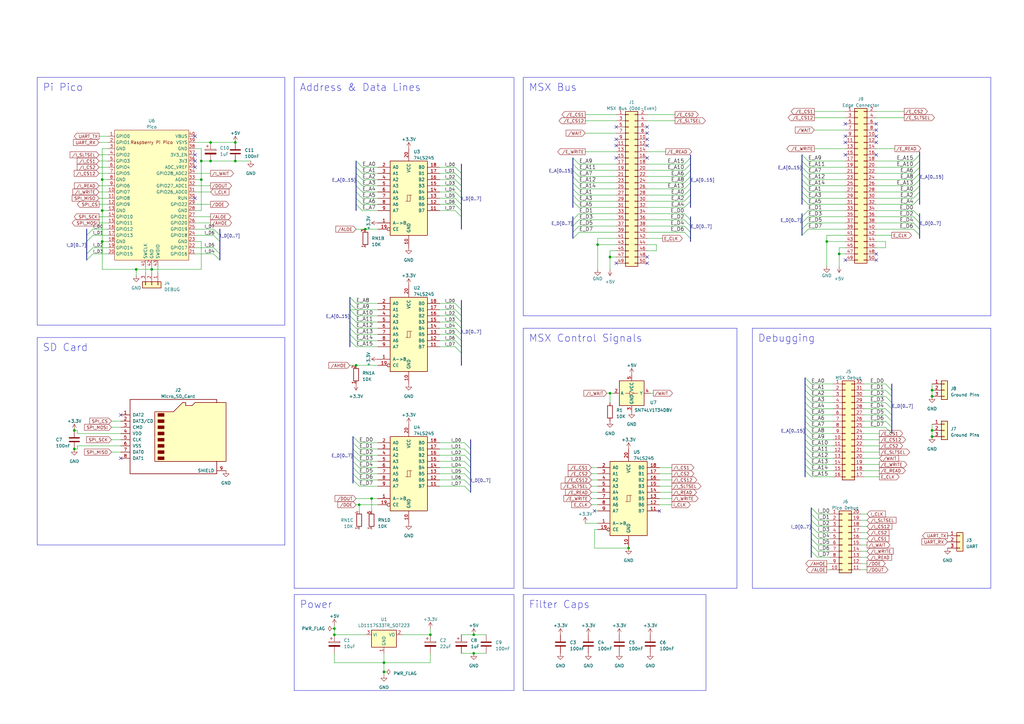
<source format=kicad_sch>
(kicad_sch (version 20230121) (generator eeschema)
  (paper "A3")
  (title_block (title "PicoCart") (date "2024-02-18") (rev "2b") (company "NormStudios"))
  (junction (at 339.09 99.06))
  (junction (at 250.19 161.29))
  (junction (at 55.88 110.49))
  (junction (at 157.48 275.59))
  (junction (at 41.91 86.36))
  (junction (at 194.31 267.97))
  (junction (at 245.11 100.33))
  (junction (at 41.91 73.66))
  (junction (at 147.32 207.01))
  (junction (at 96.52 58.42))
  (junction (at 250.19 105.41))
  (junction (at 382.27 176.53))
  (junction (at 344.17 104.14))
  (junction (at 30.48 184.15))
  (junction (at 137.16 260.35))
  (junction (at 176.53 260.35))
  (junction (at 382.27 162.56))
  (junction (at 137.16 257.81))
  (junction (at 257.81 224.79))
  (junction (at 30.48 176.53))
  (junction (at 86.36 66.04))
  (junction (at 86.36 58.42))
  (junction (at 152.4 204.47))
  (junction (at 82.55 66.04))
  (junction (at 82.55 73.66))
  (junction (at 149.86 93.98))
  (junction (at 194.31 260.35))
  (junction (at 62.23 110.49))
  (junction (at 382.27 160.02))
  (junction (at 146.05 149.86))
  (junction (at 382.27 179.07))
  (junction (at 41.91 99.06))
  (junction (at 157.48 271.78))
  (junction (at 96.52 66.04))
  (no_connect (at 346.71 58.42))
  (no_connect (at 252.73 57.15))
  (no_connect (at 359.41 50.8))
  (no_connect (at 265.43 52.07))
  (no_connect (at 265.43 107.95))
  (no_connect (at 49.53 170.18))
  (no_connect (at 346.71 106.68))
  (no_connect (at 80.01 68.58))
  (no_connect (at 359.41 106.68))
  (no_connect (at 265.43 59.69))
  (no_connect (at 80.01 66.04))
  (no_connect (at 80.01 81.28))
  (no_connect (at 252.73 107.95))
  (no_connect (at 346.71 63.5))
  (no_connect (at 359.41 55.88))
  (no_connect (at 49.53 187.96))
  (no_connect (at 359.41 104.14))
  (no_connect (at 359.41 53.34))
  (no_connect (at 243.84 209.55))
  (no_connect (at 252.73 64.77))
  (no_connect (at 80.01 63.5))
  (no_connect (at 252.73 59.69))
  (no_connect (at 270.51 209.55))
  (no_connect (at 359.41 58.42))
  (no_connect (at 346.71 55.88))
  (no_connect (at 80.01 55.88))
  (no_connect (at 359.41 63.5))
  (no_connect (at 265.43 57.15))
  (no_connect (at 346.71 50.8))
  (no_connect (at 265.43 64.77))
  (no_connect (at 252.73 52.07))
  (no_connect (at 265.43 54.61))
  (no_connect (at 265.43 105.41))
  (bus_entry (at 374.65 91.44) (size 2.54 2.54))
  (bus_entry (at 280.67 67.31) (size 2.54 -2.54))
  (bus_entry (at 190.5 191.77) (size 2.54 2.54))
  (bus_entry (at 330.2 165.1) (size 2.54 2.54))
  (bus_entry (at 328.93 91.44) (size 2.54 -2.54))
  (bus_entry (at 87.63 101.6) (size 2.54 2.54))
  (bus_entry (at 143.51 129.54) (size 2.54 2.54))
  (bus_entry (at 190.5 181.61) (size 2.54 2.54))
  (bus_entry (at 146.05 73.66) (size 2.54 2.54))
  (bus_entry (at 330.2 154.94) (size 2.54 2.54))
  (bus_entry (at 186.69 76.2) (size 2.54 2.54))
  (bus_entry (at 186.69 132.08) (size 2.54 2.54))
  (bus_entry (at 186.69 134.62) (size 2.54 2.54))
  (bus_entry (at 144.78 179.07) (size 2.54 2.54))
  (bus_entry (at 143.51 134.62) (size 2.54 2.54))
  (bus_entry (at 234.95 95.25) (size 2.54 -2.54))
  (bus_entry (at 330.2 157.48) (size 2.54 2.54))
  (bus_entry (at 332.74 226.06) (size 2.54 2.54))
  (bus_entry (at 234.95 80.01) (size 2.54 2.54))
  (bus_entry (at 146.05 71.12) (size 2.54 2.54))
  (bus_entry (at 234.95 74.93) (size 2.54 2.54))
  (bus_entry (at 186.69 86.36) (size 2.54 2.54))
  (bus_entry (at 374.65 88.9) (size 2.54 2.54))
  (bus_entry (at 330.2 160.02) (size 2.54 2.54))
  (bus_entry (at 330.2 172.72) (size 2.54 2.54))
  (bus_entry (at 190.5 184.15) (size 2.54 2.54))
  (bus_entry (at 330.2 170.18) (size 2.54 2.54))
  (bus_entry (at 330.2 175.26) (size 2.54 2.54))
  (bus_entry (at 280.67 77.47) (size 2.54 -2.54))
  (bus_entry (at 234.95 97.79) (size 2.54 -2.54))
  (bus_entry (at 363.22 170.18) (size 2.54 2.54))
  (bus_entry (at 363.22 162.56) (size 2.54 2.54))
  (bus_entry (at 374.65 83.82) (size 2.54 -2.54))
  (bus_entry (at 186.69 124.46) (size 2.54 2.54))
  (bus_entry (at 190.5 199.39) (size 2.54 2.54))
  (bus_entry (at 144.78 181.61) (size 2.54 2.54))
  (bus_entry (at 332.74 213.36) (size 2.54 2.54))
  (bus_entry (at 328.93 78.74) (size 2.54 2.54))
  (bus_entry (at 328.93 68.58) (size 2.54 2.54))
  (bus_entry (at 280.67 74.93) (size 2.54 -2.54))
  (bus_entry (at 143.51 124.46) (size 2.54 2.54))
  (bus_entry (at 190.5 194.31) (size 2.54 2.54))
  (bus_entry (at 186.69 68.58) (size 2.54 2.54))
  (bus_entry (at 190.5 189.23) (size 2.54 2.54))
  (bus_entry (at 186.69 142.24) (size 2.54 2.54))
  (bus_entry (at 234.95 69.85) (size 2.54 2.54))
  (bus_entry (at 186.69 73.66) (size 2.54 2.54))
  (bus_entry (at 328.93 71.12) (size 2.54 2.54))
  (bus_entry (at 143.51 121.92) (size 2.54 2.54))
  (bus_entry (at 330.2 177.8) (size 2.54 2.54))
  (bus_entry (at 234.95 77.47) (size 2.54 2.54))
  (bus_entry (at 374.65 93.98) (size 2.54 2.54))
  (bus_entry (at 374.65 86.36) (size 2.54 2.54))
  (bus_entry (at 363.22 167.64) (size 2.54 2.54))
  (bus_entry (at 280.67 69.85) (size 2.54 -2.54))
  (bus_entry (at 363.22 160.02) (size 2.54 2.54))
  (bus_entry (at 374.65 71.12) (size 2.54 -2.54))
  (bus_entry (at 280.67 85.09) (size 2.54 -2.54))
  (bus_entry (at 38.1 101.6) (size -2.54 2.54))
  (bus_entry (at 186.69 83.82) (size 2.54 2.54))
  (bus_entry (at 330.2 190.5) (size 2.54 2.54))
  (bus_entry (at 363.22 165.1) (size 2.54 2.54))
  (bus_entry (at 87.63 96.52) (size 2.54 2.54))
  (bus_entry (at 332.74 223.52) (size 2.54 2.54))
  (bus_entry (at 328.93 81.28) (size 2.54 2.54))
  (bus_entry (at 330.2 167.64) (size 2.54 2.54))
  (bus_entry (at 143.51 139.7) (size 2.54 2.54))
  (bus_entry (at 280.67 90.17) (size 2.54 2.54))
  (bus_entry (at 87.63 104.14) (size 2.54 2.54))
  (bus_entry (at 144.78 196.85) (size 2.54 2.54))
  (bus_entry (at 190.5 196.85) (size 2.54 2.54))
  (bus_entry (at 146.05 78.74) (size 2.54 2.54))
  (bus_entry (at 374.65 76.2) (size 2.54 -2.54))
  (bus_entry (at 280.67 82.55) (size 2.54 -2.54))
  (bus_entry (at 280.67 72.39) (size 2.54 -2.54))
  (bus_entry (at 144.78 194.31) (size 2.54 2.54))
  (bus_entry (at 38.1 96.52) (size -2.54 2.54))
  (bus_entry (at 144.78 191.77) (size 2.54 2.54))
  (bus_entry (at 280.67 95.25) (size 2.54 2.54))
  (bus_entry (at 234.95 90.17) (size 2.54 -2.54))
  (bus_entry (at 330.2 185.42) (size 2.54 2.54))
  (bus_entry (at 146.05 68.58) (size 2.54 2.54))
  (bus_entry (at 186.69 139.7) (size 2.54 2.54))
  (bus_entry (at 143.51 127) (size 2.54 2.54))
  (bus_entry (at 234.95 92.71) (size 2.54 -2.54))
  (bus_entry (at 186.69 81.28) (size 2.54 2.54))
  (bus_entry (at 374.65 81.28) (size 2.54 -2.54))
  (bus_entry (at 328.93 66.04) (size 2.54 2.54))
  (bus_entry (at 328.93 63.5) (size 2.54 2.54))
  (bus_entry (at 328.93 76.2) (size 2.54 2.54))
  (bus_entry (at 332.74 210.82) (size 2.54 2.54))
  (bus_entry (at 363.22 175.26) (size 2.54 2.54))
  (bus_entry (at 234.95 72.39) (size 2.54 2.54))
  (bus_entry (at 143.51 137.16) (size 2.54 2.54))
  (bus_entry (at 234.95 64.77) (size 2.54 2.54))
  (bus_entry (at 146.05 81.28) (size 2.54 2.54))
  (bus_entry (at 38.1 93.98) (size -2.54 2.54))
  (bus_entry (at 280.67 87.63) (size 2.54 2.54))
  (bus_entry (at 330.2 182.88) (size 2.54 2.54))
  (bus_entry (at 374.65 78.74) (size 2.54 -2.54))
  (bus_entry (at 363.22 157.48) (size 2.54 2.54))
  (bus_entry (at 374.65 66.04) (size 2.54 -2.54))
  (bus_entry (at 143.51 132.08) (size 2.54 2.54))
  (bus_entry (at 332.74 218.44) (size 2.54 2.54))
  (bus_entry (at 144.78 186.69) (size 2.54 2.54))
  (bus_entry (at 374.65 73.66) (size 2.54 -2.54))
  (bus_entry (at 144.78 184.15) (size 2.54 2.54))
  (bus_entry (at 328.93 88.9) (size 2.54 -2.54))
  (bus_entry (at 146.05 76.2) (size 2.54 2.54))
  (bus_entry (at 332.74 215.9) (size 2.54 2.54))
  (bus_entry (at 38.1 104.14) (size -2.54 2.54))
  (bus_entry (at 332.74 220.98) (size 2.54 2.54))
  (bus_entry (at 186.69 127) (size 2.54 2.54))
  (bus_entry (at 146.05 66.04) (size 2.54 2.54))
  (bus_entry (at 186.69 137.16) (size 2.54 2.54))
  (bus_entry (at 146.05 83.82) (size 2.54 2.54))
  (bus_entry (at 330.2 180.34) (size 2.54 2.54))
  (bus_entry (at 330.2 162.56) (size 2.54 2.54))
  (bus_entry (at 328.93 73.66) (size 2.54 2.54))
  (bus_entry (at 186.69 129.54) (size 2.54 2.54))
  (bus_entry (at 328.93 96.52) (size 2.54 -2.54))
  (bus_entry (at 280.67 80.01) (size 2.54 -2.54))
  (bus_entry (at 330.2 193.04) (size 2.54 2.54))
  (bus_entry (at 330.2 187.96) (size 2.54 2.54))
  (bus_entry (at 186.69 78.74) (size 2.54 2.54))
  (bus_entry (at 234.95 82.55) (size 2.54 2.54))
  (bus_entry (at 234.95 67.31) (size 2.54 2.54))
  (bus_entry (at 144.78 189.23) (size 2.54 2.54))
  (bus_entry (at 190.5 186.69) (size 2.54 2.54))
  (bus_entry (at 363.22 172.72) (size 2.54 2.54))
  (bus_entry (at 87.63 93.98) (size 2.54 2.54))
  (bus_entry (at 280.67 92.71) (size 2.54 2.54))
  (bus_entry (at 332.74 208.28) (size 2.54 2.54))
  (bus_entry (at 328.93 93.98) (size 2.54 -2.54))
  (bus_entry (at 186.69 71.12) (size 2.54 2.54))
  (bus_entry (at 374.65 68.58) (size 2.54 -2.54))
  (wire (pts (xy 248.92 161.29) (xy 250.19 161.29)))
  (wire (pts (xy 353.06 215.9) (xy 355.6 215.9)))
  (wire (pts (xy 31.75 184.15) (xy 30.48 184.15)))
  (wire (pts (xy 40.64 58.42) (xy 44.45 58.42)))
  (wire (pts (xy 332.74 162.56) (xy 341.63 162.56)))
  (wire (pts (xy 354.33 157.48) (xy 363.22 157.48)))
  (bus (pts (xy 328.93 73.66) (xy 328.93 76.2)))
  (bus (pts (xy 146.05 76.2) (xy 146.05 78.74)))
  (bus (pts (xy 90.17 99.06) (xy 90.17 104.14)))
  (wire (pts (xy 147.32 199.39) (xy 154.94 199.39)))
  (bus (pts (xy 365.76 162.56) (xy 365.76 165.1)))
  (bus (pts (xy 90.17 96.52) (xy 90.17 99.06)))
  (bus (pts (xy 143.51 132.08) (xy 143.51 134.62)))
  (wire (pts (xy 331.47 73.66) (xy 346.71 73.66)))
  (wire (pts (xy 382.27 176.53) (xy 382.27 179.07)))
  (wire (pts (xy 180.34 191.77) (xy 190.5 191.77)))
  (wire (pts (xy 243.84 217.17) (xy 245.11 217.17)))
  (wire (pts (xy 237.49 80.01) (xy 252.73 80.01)))
  (wire (pts (xy 331.47 88.9) (xy 346.71 88.9)))
  (bus (pts (xy 35.56 99.06) (xy 35.56 104.14)))
  (bus (pts (xy 377.19 62.23) (xy 377.19 63.5)))
  (wire (pts (xy 332.74 185.42) (xy 341.63 185.42)))
  (wire (pts (xy 265.43 77.47) (xy 280.67 77.47)))
  (wire (pts (xy 41.91 73.66) (xy 44.45 73.66)))
  (wire (pts (xy 339.09 99.06) (xy 339.09 109.22)))
  (wire (pts (xy 180.34 184.15) (xy 190.5 184.15)))
  (bus (pts (xy 189.23 71.12) (xy 189.23 73.66)))
  (wire (pts (xy 180.34 71.12) (xy 186.69 71.12)))
  (wire (pts (xy 147.32 191.77) (xy 154.94 191.77)))
  (wire (pts (xy 40.64 76.2) (xy 44.45 76.2)))
  (wire (pts (xy 359.41 48.26) (xy 370.84 48.26)))
  (wire (pts (xy 240.03 46.99) (xy 252.73 46.99)))
  (bus (pts (xy 332.74 223.52) (xy 332.74 226.06)))
  (bus (pts (xy 330.2 154.94) (xy 330.2 157.48)))
  (wire (pts (xy 180.34 137.16) (xy 186.69 137.16)))
  (wire (pts (xy 354.33 175.26) (xy 363.22 175.26)))
  (bus (pts (xy 143.51 121.92) (xy 143.51 124.46)))
  (wire (pts (xy 250.19 102.87) (xy 252.73 102.87)))
  (wire (pts (xy 332.74 195.58) (xy 341.63 195.58)))
  (bus (pts (xy 330.2 170.18) (xy 330.2 172.72)))
  (wire (pts (xy 270.51 207.01) (xy 275.59 207.01)))
  (wire (pts (xy 265.43 82.55) (xy 280.67 82.55)))
  (wire (pts (xy 359.41 99.06) (xy 363.22 99.06)))
  (wire (pts (xy 334.01 60.96) (xy 346.71 60.96)))
  (wire (pts (xy 359.41 88.9) (xy 374.65 88.9)))
  (bus (pts (xy 332.74 210.82) (xy 332.74 213.36)))
  (bus (pts (xy 189.23 67.31) (xy 189.23 71.12)))
  (wire (pts (xy 137.16 257.81) (xy 137.16 260.35)))
  (bus (pts (xy 144.78 186.69) (xy 144.78 189.23)))
  (wire (pts (xy 147.32 189.23) (xy 154.94 189.23)))
  (wire (pts (xy 146.05 93.98) (xy 149.86 93.98)))
  (wire (pts (xy 80.01 93.98) (xy 87.63 93.98)))
  (bus (pts (xy 377.19 68.58) (xy 377.19 71.12)))
  (wire (pts (xy 40.64 63.5) (xy 44.45 63.5)))
  (wire (pts (xy 80.01 78.74) (xy 86.36 78.74)))
  (bus (pts (xy 193.04 199.39) (xy 193.04 201.93)))
  (wire (pts (xy 354.33 172.72) (xy 363.22 172.72)))
  (wire (pts (xy 45.72 185.42) (xy 49.53 185.42)))
  (wire (pts (xy 80.01 58.42) (xy 86.36 58.42)))
  (bus (pts (xy 143.51 127) (xy 143.51 129.54)))
  (wire (pts (xy 86.36 66.04) (xy 96.52 66.04)))
  (wire (pts (xy 240.03 54.61) (xy 252.73 54.61)))
  (bus (pts (xy 330.2 175.26) (xy 330.2 177.8)))
  (wire (pts (xy 331.47 83.82) (xy 346.71 83.82)))
  (wire (pts (xy 354.33 195.58) (xy 360.68 195.58)))
  (wire (pts (xy 41.91 110.49) (xy 55.88 110.49)))
  (wire (pts (xy 189.23 267.97) (xy 194.31 267.97)))
  (wire (pts (xy 45.72 175.26) (xy 49.53 175.26)))
  (bus (pts (xy 330.2 193.04) (xy 330.2 195.58)))
  (bus (pts (xy 234.95 67.31) (xy 234.95 69.85)))
  (bus (pts (xy 330.2 190.5) (xy 330.2 193.04)))
  (bus (pts (xy 189.23 88.9) (xy 189.23 93.98)))
  (wire (pts (xy 157.48 275.59) (xy 157.48 271.78)))
  (wire (pts (xy 359.41 91.44) (xy 374.65 91.44)))
  (bus (pts (xy 143.51 137.16) (xy 143.51 139.7)))
  (wire (pts (xy 180.34 139.7) (xy 186.69 139.7)))
  (wire (pts (xy 339.09 96.52) (xy 339.09 99.06)))
  (wire (pts (xy 146.05 207.01) (xy 147.32 207.01)))
  (wire (pts (xy 270.51 201.93) (xy 275.59 201.93)))
  (wire (pts (xy 250.19 165.1) (xy 250.19 161.29)))
  (wire (pts (xy 31.75 182.88) (xy 49.53 182.88)))
  (bus (pts (xy 189.23 142.24) (xy 189.23 144.78)))
  (wire (pts (xy 353.06 220.98) (xy 355.6 220.98)))
  (bus (pts (xy 146.05 81.28) (xy 146.05 83.82)))
  (wire (pts (xy 354.33 160.02) (xy 363.22 160.02)))
  (wire (pts (xy 240.03 49.53) (xy 252.73 49.53)))
  (wire (pts (xy 332.74 172.72) (xy 341.63 172.72)))
  (wire (pts (xy 334.01 45.72) (xy 346.71 45.72)))
  (bus (pts (xy 332.74 218.44) (xy 332.74 220.98)))
  (bus (pts (xy 234.95 74.93) (xy 234.95 77.47)))
  (bus (pts (xy 193.04 191.77) (xy 193.04 194.31)))
  (bus (pts (xy 283.21 67.31) (xy 283.21 69.85)))
  (wire (pts (xy 40.64 66.04) (xy 44.45 66.04)))
  (bus (pts (xy 193.04 184.15) (xy 193.04 186.69)))
  (wire (pts (xy 38.1 96.52) (xy 44.45 96.52)))
  (bus (pts (xy 283.21 72.39) (xy 283.21 74.93)))
  (wire (pts (xy 80.01 88.9) (xy 86.36 88.9)))
  (wire (pts (xy 270.51 194.31) (xy 275.59 194.31)))
  (bus (pts (xy 328.93 78.74) (xy 328.93 81.28)))
  (bus (pts (xy 90.17 104.14) (xy 90.17 106.68)))
  (bus (pts (xy 330.2 187.96) (xy 330.2 190.5)))
  (wire (pts (xy 265.43 92.71) (xy 280.67 92.71)))
  (bus (pts (xy 143.51 124.46) (xy 143.51 127)))
  (bus (pts (xy 234.95 88.9) (xy 234.95 90.17)))
  (wire (pts (xy 359.41 83.82) (xy 374.65 83.82)))
  (bus (pts (xy 377.19 73.66) (xy 377.19 76.2)))
  (wire (pts (xy 137.16 260.35) (xy 149.86 260.35)))
  (wire (pts (xy 359.41 78.74) (xy 374.65 78.74)))
  (wire (pts (xy 353.06 233.68) (xy 355.6 233.68)))
  (bus (pts (xy 143.51 129.54) (xy 143.51 132.08)))
  (bus (pts (xy 234.95 92.71) (xy 234.95 95.25)))
  (wire (pts (xy 180.34 127) (xy 186.69 127)))
  (bus (pts (xy 234.95 77.47) (xy 234.95 80.01)))
  (wire (pts (xy 45.72 172.72) (xy 49.53 172.72)))
  (wire (pts (xy 335.28 210.82) (xy 340.36 210.82)))
  (bus (pts (xy 283.21 64.77) (xy 283.21 67.31)))
  (bus (pts (xy 377.19 78.74) (xy 377.19 81.28)))
  (wire (pts (xy 146.05 204.47) (xy 152.4 204.47)))
  (wire (pts (xy 180.34 142.24) (xy 186.69 142.24)))
  (wire (pts (xy 55.88 113.03) (xy 55.88 110.49)))
  (wire (pts (xy 237.49 74.93) (xy 252.73 74.93)))
  (bus (pts (xy 234.95 69.85) (xy 234.95 72.39)))
  (bus (pts (xy 328.93 66.04) (xy 328.93 68.58)))
  (bus (pts (xy 234.95 64.77) (xy 234.95 67.31)))
  (wire (pts (xy 344.17 101.6) (xy 344.17 104.14)))
  (bus (pts (xy 189.23 73.66) (xy 189.23 76.2)))
  (wire (pts (xy 242.57 199.39) (xy 245.11 199.39)))
  (bus (pts (xy 328.93 68.58) (xy 328.93 71.12)))
  (bus (pts (xy 330.2 162.56) (xy 330.2 165.1)))
  (wire (pts (xy 147.32 207.01) (xy 147.32 209.55)))
  (wire (pts (xy 265.43 72.39) (xy 280.67 72.39)))
  (wire (pts (xy 82.55 66.04) (xy 86.36 66.04)))
  (wire (pts (xy 332.74 187.96) (xy 341.63 187.96)))
  (bus (pts (xy 377.19 71.12) (xy 377.19 73.66)))
  (wire (pts (xy 240.03 62.23) (xy 252.73 62.23)))
  (bus (pts (xy 328.93 88.9) (xy 328.93 91.44)))
  (wire (pts (xy 176.53 271.78) (xy 176.53 267.97)))
  (wire (pts (xy 40.64 81.28) (xy 44.45 81.28)))
  (bus (pts (xy 144.78 191.77) (xy 144.78 194.31)))
  (wire (pts (xy 152.4 204.47) (xy 154.94 204.47)))
  (wire (pts (xy 334.01 48.26) (xy 346.71 48.26)))
  (bus (pts (xy 234.95 95.25) (xy 234.95 97.79)))
  (wire (pts (xy 353.06 210.82) (xy 355.6 210.82)))
  (wire (pts (xy 80.01 76.2) (xy 86.36 76.2)))
  (wire (pts (xy 40.64 91.44) (xy 44.45 91.44)))
  (bus (pts (xy 332.74 208.28) (xy 332.74 210.82)))
  (wire (pts (xy 332.74 180.34) (xy 341.63 180.34)))
  (wire (pts (xy 359.41 66.04) (xy 374.65 66.04)))
  (wire (pts (xy 250.19 161.29) (xy 251.46 161.29)))
  (wire (pts (xy 354.33 182.88) (xy 360.68 182.88)))
  (wire (pts (xy 382.27 173.99) (xy 382.27 176.53)))
  (wire (pts (xy 180.34 73.66) (xy 186.69 73.66)))
  (wire (pts (xy 148.59 78.74) (xy 154.94 78.74)))
  (bus (pts (xy 189.23 76.2) (xy 189.23 78.74)))
  (bus (pts (xy 328.93 91.44) (xy 328.93 93.98)))
  (wire (pts (xy 147.32 181.61) (xy 154.94 181.61)))
  (bus (pts (xy 283.21 95.25) (xy 283.21 97.79)))
  (wire (pts (xy 335.28 228.6) (xy 340.36 228.6)))
  (wire (pts (xy 354.33 165.1) (xy 363.22 165.1)))
  (wire (pts (xy 353.06 213.36) (xy 355.6 213.36)))
  (bus (pts (xy 144.78 181.61) (xy 144.78 184.15)))
  (wire (pts (xy 194.31 260.35) (xy 199.39 260.35)))
  (wire (pts (xy 242.57 204.47) (xy 245.11 204.47)))
  (bus (pts (xy 283.21 90.17) (xy 283.21 92.71)))
  (wire (pts (xy 45.72 180.34) (xy 49.53 180.34)))
  (wire (pts (xy 146.05 142.24) (xy 154.94 142.24)))
  (bus (pts (xy 328.93 63.5) (xy 328.93 66.04)))
  (bus (pts (xy 144.78 179.07) (xy 144.78 181.61)))
  (bus (pts (xy 189.23 123.19) (xy 189.23 127)))
  (wire (pts (xy 266.7 161.29) (xy 267.97 161.29)))
  (bus (pts (xy 377.19 88.9) (xy 377.19 91.44)))
  (wire (pts (xy 344.17 101.6) (xy 346.71 101.6)))
  (wire (pts (xy 180.34 124.46) (xy 186.69 124.46)))
  (bus (pts (xy 189.23 78.74) (xy 189.23 81.28)))
  (wire (pts (xy 331.47 81.28) (xy 346.71 81.28)))
  (bus (pts (xy 90.17 93.98) (xy 90.17 96.52)))
  (wire (pts (xy 180.34 68.58) (xy 186.69 68.58)))
  (wire (pts (xy 176.53 257.81) (xy 176.53 260.35)))
  (wire (pts (xy 41.91 73.66) (xy 41.91 86.36)))
  (wire (pts (xy 82.55 66.04) (xy 82.55 73.66)))
  (wire (pts (xy 82.55 99.06) (xy 82.55 110.49)))
  (wire (pts (xy 359.41 86.36) (xy 374.65 86.36)))
  (wire (pts (xy 80.01 96.52) (xy 87.63 96.52)))
  (wire (pts (xy 180.34 196.85) (xy 190.5 196.85)))
  (wire (pts (xy 332.74 177.8) (xy 341.63 177.8)))
  (wire (pts (xy 80.01 60.96) (xy 82.55 60.96)))
  (wire (pts (xy 346.71 99.06) (xy 339.09 99.06)))
  (bus (pts (xy 365.76 160.02) (xy 365.76 162.56)))
  (wire (pts (xy 242.57 201.93) (xy 245.11 201.93)))
  (wire (pts (xy 354.33 180.34) (xy 360.68 180.34)))
  (wire (pts (xy 265.43 67.31) (xy 280.67 67.31)))
  (bus (pts (xy 283.21 82.55) (xy 283.21 85.09)))
  (wire (pts (xy 146.05 139.7) (xy 154.94 139.7)))
  (wire (pts (xy 189.23 260.35) (xy 194.31 260.35)))
  (wire (pts (xy 146.05 137.16) (xy 154.94 137.16)))
  (wire (pts (xy 146.05 127) (xy 154.94 127)))
  (wire (pts (xy 335.28 218.44) (xy 340.36 218.44)))
  (wire (pts (xy 41.91 60.96) (xy 41.91 73.66)))
  (wire (pts (xy 335.28 213.36) (xy 340.36 213.36)))
  (wire (pts (xy 148.59 68.58) (xy 154.94 68.58)))
  (wire (pts (xy 237.49 92.71) (xy 252.73 92.71)))
  (wire (pts (xy 242.57 207.01) (xy 245.11 207.01)))
  (wire (pts (xy 240.03 214.63) (xy 245.11 214.63)))
  (wire (pts (xy 147.32 184.15) (xy 154.94 184.15)))
  (wire (pts (xy 148.59 76.2) (xy 154.94 76.2)))
  (wire (pts (xy 354.33 187.96) (xy 360.68 187.96)))
  (wire (pts (xy 331.47 76.2) (xy 346.71 76.2)))
  (wire (pts (xy 147.32 207.01) (xy 154.94 207.01)))
  (wire (pts (xy 354.33 193.04) (xy 360.68 193.04)))
  (wire (pts (xy 265.43 85.09) (xy 280.67 85.09)))
  (wire (pts (xy 180.34 199.39) (xy 190.5 199.39)))
  (wire (pts (xy 344.17 104.14) (xy 344.17 109.22)))
  (bus (pts (xy 144.78 189.23) (xy 144.78 191.77)))
  (bus (pts (xy 330.2 160.02) (xy 330.2 162.56)))
  (bus (pts (xy 193.04 194.31) (xy 193.04 196.85)))
  (wire (pts (xy 180.34 194.31) (xy 190.5 194.31)))
  (wire (pts (xy 38.1 104.14) (xy 44.45 104.14)))
  (wire (pts (xy 353.06 228.6) (xy 355.6 228.6)))
  (bus (pts (xy 332.74 226.06) (xy 332.74 228.6)))
  (wire (pts (xy 252.73 97.79) (xy 245.11 97.79)))
  (wire (pts (xy 359.41 45.72) (xy 370.84 45.72)))
  (bus (pts (xy 377.19 66.04) (xy 377.19 68.58)))
  (wire (pts (xy 82.55 110.49) (xy 62.23 110.49)))
  (bus (pts (xy 365.76 157.48) (xy 365.76 160.02)))
  (bus (pts (xy 283.21 63.5) (xy 283.21 64.77)))
  (bus (pts (xy 328.93 81.28) (xy 328.93 83.82)))
  (wire (pts (xy 31.75 177.8) (xy 49.53 177.8)))
  (wire (pts (xy 137.16 256.54) (xy 137.16 257.81)))
  (wire (pts (xy 332.74 182.88) (xy 341.63 182.88)))
  (bus (pts (xy 328.93 76.2) (xy 328.93 78.74)))
  (bus (pts (xy 283.21 92.71) (xy 283.21 95.25)))
  (wire (pts (xy 59.69 109.22) (xy 59.69 111.76)))
  (wire (pts (xy 40.64 71.12) (xy 44.45 71.12)))
  (wire (pts (xy 331.47 71.12) (xy 346.71 71.12)))
  (wire (pts (xy 269.24 100.33) (xy 269.24 102.87)))
  (wire (pts (xy 137.16 271.78) (xy 137.16 267.97)))
  (wire (pts (xy 242.57 194.31) (xy 245.11 194.31)))
  (wire (pts (xy 82.55 86.36) (xy 80.01 86.36)))
  (wire (pts (xy 237.49 72.39) (xy 252.73 72.39)))
  (wire (pts (xy 146.05 129.54) (xy 154.94 129.54)))
  (wire (pts (xy 180.34 78.74) (xy 186.69 78.74)))
  (bus (pts (xy 193.04 186.69) (xy 193.04 189.23)))
  (wire (pts (xy 40.64 83.82) (xy 44.45 83.82)))
  (wire (pts (xy 148.59 86.36) (xy 154.94 86.36)))
  (bus (pts (xy 189.23 137.16) (xy 189.23 139.7)))
  (wire (pts (xy 332.74 193.04) (xy 341.63 193.04)))
  (wire (pts (xy 80.01 101.6) (xy 87.63 101.6)))
  (wire (pts (xy 331.47 91.44) (xy 346.71 91.44)))
  (wire (pts (xy 346.71 96.52) (xy 339.09 96.52)))
  (wire (pts (xy 339.09 233.68) (xy 340.36 233.68)))
  (wire (pts (xy 363.22 99.06) (xy 363.22 101.6)))
  (bus (pts (xy 189.23 81.28) (xy 189.23 83.82)))
  (bus (pts (xy 332.74 215.9) (xy 332.74 218.44)))
  (wire (pts (xy 331.47 68.58) (xy 346.71 68.58)))
  (wire (pts (xy 148.59 81.28) (xy 154.94 81.28)))
  (bus (pts (xy 35.56 93.98) (xy 35.56 96.52)))
  (bus (pts (xy 377.19 93.98) (xy 377.19 96.52)))
  (wire (pts (xy 243.84 224.79) (xy 257.81 224.79)))
  (wire (pts (xy 270.51 199.39) (xy 275.59 199.39)))
  (bus (pts (xy 146.05 83.82) (xy 146.05 86.36)))
  (bus (pts (xy 365.76 165.1) (xy 365.76 167.64)))
  (wire (pts (xy 265.43 46.99) (xy 276.86 46.99)))
  (wire (pts (xy 332.74 167.64) (xy 341.63 167.64)))
  (bus (pts (xy 234.95 72.39) (xy 234.95 74.93)))
  (wire (pts (xy 148.59 73.66) (xy 154.94 73.66)))
  (bus (pts (xy 328.93 71.12) (xy 328.93 73.66)))
  (wire (pts (xy 331.47 66.04) (xy 346.71 66.04)))
  (wire (pts (xy 335.28 220.98) (xy 340.36 220.98)))
  (wire (pts (xy 157.48 271.78) (xy 176.53 271.78)))
  (bus (pts (xy 234.95 90.17) (xy 234.95 92.71)))
  (wire (pts (xy 270.51 191.77) (xy 275.59 191.77)))
  (wire (pts (xy 41.91 99.06) (xy 41.91 110.49)))
  (wire (pts (xy 137.16 271.78) (xy 157.48 271.78)))
  (bus (pts (xy 146.05 71.12) (xy 146.05 73.66)))
  (wire (pts (xy 242.57 196.85) (xy 245.11 196.85)))
  (bus (pts (xy 189.23 83.82) (xy 189.23 86.36)))
  (bus (pts (xy 330.2 172.72) (xy 330.2 175.26)))
  (bus (pts (xy 283.21 77.47) (xy 283.21 80.01)))
  (wire (pts (xy 270.51 196.85) (xy 275.59 196.85)))
  (wire (pts (xy 180.34 134.62) (xy 186.69 134.62)))
  (wire (pts (xy 148.59 71.12) (xy 154.94 71.12)))
  (wire (pts (xy 147.32 194.31) (xy 154.94 194.31)))
  (bus (pts (xy 189.23 144.78) (xy 189.23 149.86)))
  (wire (pts (xy 80.01 73.66) (xy 82.55 73.66)))
  (wire (pts (xy 41.91 99.06) (xy 44.45 99.06)))
  (wire (pts (xy 148.59 83.82) (xy 154.94 83.82)))
  (wire (pts (xy 41.91 86.36) (xy 44.45 86.36)))
  (bus (pts (xy 146.05 68.58) (xy 146.05 71.12)))
  (wire (pts (xy 332.74 170.18) (xy 341.63 170.18)))
  (wire (pts (xy 64.77 109.22) (xy 64.77 111.76)))
  (wire (pts (xy 44.45 60.96) (xy 41.91 60.96)))
  (wire (pts (xy 359.41 81.28) (xy 374.65 81.28)))
  (bus (pts (xy 283.21 88.9) (xy 283.21 90.17)))
  (bus (pts (xy 330.2 167.64) (xy 330.2 170.18)))
  (wire (pts (xy 332.74 190.5) (xy 341.63 190.5)))
  (wire (pts (xy 270.51 204.47) (xy 275.59 204.47)))
  (wire (pts (xy 335.28 223.52) (xy 340.36 223.52)))
  (bus (pts (xy 146.05 66.04) (xy 146.05 68.58)))
  (wire (pts (xy 146.05 134.62) (xy 154.94 134.62)))
  (wire (pts (xy 245.11 209.55) (xy 243.84 209.55)))
  (bus (pts (xy 143.51 134.62) (xy 143.51 137.16)))
  (bus (pts (xy 330.2 165.1) (xy 330.2 167.64)))
  (bus (pts (xy 330.2 157.48) (xy 330.2 160.02)))
  (wire (pts (xy 80.01 71.12) (xy 86.36 71.12)))
  (wire (pts (xy 80.01 104.14) (xy 87.63 104.14)))
  (wire (pts (xy 359.41 73.66) (xy 374.65 73.66)))
  (wire (pts (xy 250.19 102.87) (xy 250.19 105.41)))
  (wire (pts (xy 31.75 182.88) (xy 31.75 184.15)))
  (wire (pts (xy 243.84 217.17) (xy 243.84 224.79)))
  (wire (pts (xy 265.43 49.53) (xy 276.86 49.53)))
  (wire (pts (xy 332.74 157.48) (xy 341.63 157.48)))
  (wire (pts (xy 265.43 90.17) (xy 280.67 90.17)))
  (bus (pts (xy 283.21 74.93) (xy 283.21 77.47)))
  (wire (pts (xy 250.19 105.41) (xy 250.19 110.49)))
  (wire (pts (xy 146.05 124.46) (xy 154.94 124.46)))
  (wire (pts (xy 102.87 66.04) (xy 96.52 66.04)))
  (wire (pts (xy 382.27 160.02) (xy 382.27 162.56)))
  (wire (pts (xy 157.48 276.86) (xy 157.48 275.59)))
  (wire (pts (xy 146.05 127) (xy 143.51 127)))
  (wire (pts (xy 252.73 100.33) (xy 245.11 100.33)))
  (bus (pts (xy 189.23 139.7) (xy 189.23 142.24)))
  (bus (pts (xy 283.21 97.79) (xy 283.21 99.06)))
  (wire (pts (xy 354.33 185.42) (xy 360.68 185.42)))
  (wire (pts (xy 86.36 58.42) (xy 96.52 58.42)))
  (bus (pts (xy 144.78 194.31) (xy 144.78 196.85)))
  (wire (pts (xy 180.34 132.08) (xy 186.69 132.08)))
  (bus (pts (xy 377.19 96.52) (xy 377.19 97.79)))
  (wire (pts (xy 82.55 73.66) (xy 82.55 86.36)))
  (wire (pts (xy 237.49 67.31) (xy 252.73 67.31)))
  (wire (pts (xy 245.11 97.79) (xy 245.11 100.33)))
  (wire (pts (xy 149.86 93.98) (xy 154.94 93.98)))
  (wire (pts (xy 265.43 100.33) (xy 269.24 100.33)))
  (wire (pts (xy 180.34 76.2) (xy 186.69 76.2)))
  (bus (pts (xy 146.05 78.74) (xy 146.05 81.28)))
  (wire (pts (xy 237.49 77.47) (xy 252.73 77.47)))
  (wire (pts (xy 62.23 110.49) (xy 62.23 111.76)))
  (bus (pts (xy 144.78 196.85) (xy 144.78 198.12)))
  (wire (pts (xy 359.41 76.2) (xy 374.65 76.2)))
  (bus (pts (xy 330.2 180.34) (xy 330.2 182.88)))
  (bus (pts (xy 146.05 73.66) (xy 146.05 76.2)))
  (wire (pts (xy 80.01 99.06) (xy 82.55 99.06)))
  (wire (pts (xy 40.64 68.58) (xy 44.45 68.58)))
  (wire (pts (xy 147.32 196.85) (xy 154.94 196.85)))
  (wire (pts (xy 55.88 110.49) (xy 62.23 110.49)))
  (wire (pts (xy 147.32 186.69) (xy 154.94 186.69)))
  (wire (pts (xy 331.47 78.74) (xy 346.71 78.74)))
  (wire (pts (xy 180.34 189.23) (xy 190.5 189.23)))
  (wire (pts (xy 332.74 160.02) (xy 341.63 160.02)))
  (bus (pts (xy 193.04 180.34) (xy 193.04 184.15)))
  (wire (pts (xy 237.49 69.85) (xy 252.73 69.85)))
  (wire (pts (xy 62.23 110.49) (xy 62.23 109.22)))
  (bus (pts (xy 377.19 81.28) (xy 377.19 83.82)))
  (wire (pts (xy 339.09 231.14) (xy 340.36 231.14)))
  (wire (pts (xy 359.41 96.52) (xy 365.76 96.52)))
  (wire (pts (xy 146.05 149.86) (xy 154.94 149.86)))
  (bus (pts (xy 283.21 69.85) (xy 283.21 72.39)))
  (bus (pts (xy 189.23 132.08) (xy 189.23 134.62)))
  (wire (pts (xy 353.06 223.52) (xy 355.6 223.52)))
  (wire (pts (xy 194.31 267.97) (xy 199.39 267.97)))
  (wire (pts (xy 354.33 170.18) (xy 363.22 170.18)))
  (wire (pts (xy 265.43 80.01) (xy 280.67 80.01)))
  (wire (pts (xy 382.27 157.48) (xy 382.27 160.02)))
  (wire (pts (xy 242.57 191.77) (xy 245.11 191.77)))
  (bus (pts (xy 332.74 213.36) (xy 332.74 215.9)))
  (wire (pts (xy 157.48 271.78) (xy 157.48 267.97)))
  (wire (pts (xy 180.34 83.82) (xy 186.69 83.82)))
  (bus (pts (xy 332.74 220.98) (xy 332.74 223.52)))
  (wire (pts (xy 331.47 93.98) (xy 346.71 93.98)))
  (bus (pts (xy 143.51 139.7) (xy 143.51 142.24)))
  (wire (pts (xy 359.41 71.12) (xy 374.65 71.12)))
  (wire (pts (xy 143.51 149.86) (xy 146.05 149.86)))
  (wire (pts (xy 180.34 186.69) (xy 190.5 186.69)))
  (bus (pts (xy 330.2 182.88) (xy 330.2 185.42)))
  (wire (pts (xy 346.71 104.14) (xy 344.17 104.14)))
  (wire (pts (xy 237.49 82.55) (xy 252.73 82.55)))
  (wire (pts (xy 40.64 88.9) (xy 44.45 88.9)))
  (bus (pts (xy 365.76 172.72) (xy 365.76 175.26)))
  (wire (pts (xy 332.74 165.1) (xy 341.63 165.1)))
  (wire (pts (xy 152.4 204.47) (xy 152.4 209.55)))
  (bus (pts (xy 144.78 184.15) (xy 144.78 186.69)))
  (wire (pts (xy 237.49 95.25) (xy 252.73 95.25)))
  (wire (pts (xy 82.55 60.96) (xy 82.55 66.04)))
  (wire (pts (xy 265.43 95.25) (xy 280.67 95.25)))
  (bus (pts (xy 377.19 76.2) (xy 377.19 78.74)))
  (wire (pts (xy 335.28 226.06) (xy 340.36 226.06)))
  (wire (pts (xy 335.28 215.9) (xy 340.36 215.9)))
  (wire (pts (xy 265.43 97.79) (xy 271.78 97.79)))
  (wire (pts (xy 353.06 231.14) (xy 355.6 231.14)))
  (wire (pts (xy 245.11 100.33) (xy 245.11 110.49)))
  (bus (pts (xy 35.56 96.52) (xy 35.56 99.06)))
  (wire (pts (xy 180.34 129.54) (xy 186.69 129.54)))
  (bus (pts (xy 193.04 196.85) (xy 193.04 199.39)))
  (bus (pts (xy 283.21 80.01) (xy 283.21 82.55)))
  (bus (pts (xy 189.23 129.54) (xy 189.23 132.08)))
  (bus (pts (xy 377.19 91.44) (xy 377.19 93.98)))
  (wire (pts (xy 265.43 87.63) (xy 280.67 87.63)))
  (wire (pts (xy 237.49 87.63) (xy 252.73 87.63)))
  (wire (pts (xy 363.22 101.6) (xy 359.41 101.6)))
  (wire (pts (xy 265.43 69.85) (xy 280.67 69.85)))
  (bus (pts (xy 377.19 63.5) (xy 377.19 66.04)))
  (wire (pts (xy 180.34 181.61) (xy 190.5 181.61)))
  (bus (pts (xy 377.19 87.63) (xy 377.19 88.9)))
  (wire (pts (xy 265.43 62.23) (xy 273.05 62.23)))
  (wire (pts (xy 146.05 132.08) (xy 154.94 132.08)))
  (wire (pts (xy 38.1 93.98) (xy 44.45 93.98)))
  (bus (pts (xy 328.93 87.63) (xy 328.93 88.9)))
  (wire (pts (xy 165.1 260.35) (xy 176.53 260.35)))
  (bus (pts (xy 189.23 127) (xy 189.23 129.54)))
  (wire (pts (xy 41.91 86.36) (xy 41.91 99.06)))
  (wire (pts (xy 180.34 81.28) (xy 186.69 81.28)))
  (wire (pts (xy 359.41 93.98) (xy 374.65 93.98)))
  (wire (pts (xy 354.33 162.56) (xy 363.22 162.56)))
  (bus (pts (xy 365.76 167.64) (xy 365.76 170.18)))
  (wire (pts (xy 80.01 91.44) (xy 86.36 91.44)))
  (wire (pts (xy 354.33 190.5) (xy 360.68 190.5)))
  (wire (pts (xy 237.49 85.09) (xy 252.73 85.09)))
  (wire (pts (xy 334.01 53.34) (xy 346.71 53.34)))
  (wire (pts (xy 331.47 86.36) (xy 346.71 86.36)))
  (bus (pts (xy 330.2 185.42) (xy 330.2 187.96)))
  (wire (pts (xy 38.1 101.6) (xy 44.45 101.6)))
  (bus (pts (xy 234.95 80.01) (xy 234.95 82.55)))
  (bus (pts (xy 365.76 170.18) (xy 365.76 172.72)))
  (wire (pts (xy 353.06 226.06) (xy 355.6 226.06)))
  (wire (pts (xy 359.41 60.96) (xy 367.03 60.96)))
  (bus (pts (xy 189.23 86.36) (xy 189.23 88.9)))
  (bus (pts (xy 189.23 134.62) (xy 189.23 137.16)))
  (bus (pts (xy 35.56 104.14) (xy 35.56 106.68)))
  (wire (pts (xy 31.75 176.53) (xy 31.75 177.8)))
  (wire (pts (xy 180.34 86.36) (xy 186.69 86.36)))
  (bus (pts (xy 330.2 177.8) (xy 330.2 180.34)))
  (wire (pts (xy 40.64 55.88) (xy 44.45 55.88)))
  (wire (pts (xy 354.33 167.64) (xy 363.22 167.64)))
  (wire (pts (xy 252.73 105.41) (xy 250.19 105.41)))
  (wire (pts (xy 354.33 177.8) (xy 360.68 177.8)))
  (wire (pts (xy 269.24 102.87) (xy 265.43 102.87)))
  (bus (pts (xy 234.95 82.55) (xy 234.95 85.09)))
  (bus (pts (xy 193.04 189.23) (xy 193.04 191.77)))
  (wire (pts (xy 353.06 218.44) (xy 355.6 218.44)))
  (wire (pts (xy 237.49 90.17) (xy 252.73 90.17)))
  (bus (pts (xy 365.76 175.26) (xy 365.76 177.8)))
  (bus (pts (xy 328.93 93.98) (xy 328.93 96.52)))
  (wire (pts (xy 359.41 68.58) (xy 374.65 68.58)))
  (wire (pts (xy 80.01 83.82) (xy 86.36 83.82)))
  (wire (pts (xy 30.48 176.53) (xy 31.75 176.53)))
  (wire (pts (xy 40.64 78.74) (xy 44.45 78.74)))
  (wire (pts (xy 265.43 74.93) (xy 280.67 74.93)))
  (wire (pts (xy 332.74 175.26) (xy 341.63 175.26)))
  (text_box "Pi Pico" (at 15.24 31.75 0) (size 101.6 101.6) (effects (font (size 3 3)) (justify left top)))
  (text_box "MSX Bus" (at 214.63 31.75 0) (size 191.77 97.79) (effects (font (size 3 3)) (justify left top)))
  (text_box "MSX Control Signals" (at 214.63 134.62 0) (size 87.63 106.68) (effects (font (size 3 3)) (justify left top)))
  (text_box "Debugging" (at 308.61 134.62 0) (size 97.79 106.68) (effects (font (size 3 3)) (justify left top)))
  (text_box "Filter Caps" (at 214.63 243.84 0) (size 74.93 39.37) (effects (font (size 3 3)) (justify left top)))
  (text_box "Power" (at 120.65 243.84 0) (size 90.17 39.37) (effects (font (size 3 3)) (justify left top)))
  (text_box "SD Card" (at 15.24 138.43 0) (size 101.6 85.09) (effects (font (size 3 3)) (justify left top)))
  (text_box "Address & Data Lines" (at 120.65 31.75 0) (size 90.17 209.55) (effects (font (size 3 3)) (justify left top)))
  (label "E_A7" (at 237.49 72.39 0) (effects (font (size 1.524 1.524))))
  (label "E_D3" (at 147.32 189.23 0) (effects (font (size 1.524 1.524))))
  (label "E_A7" (at 148.59 86.36 0) (effects (font (size 1.524 1.524))))
  (label "I_D6" (at 335.28 226.06 0) (effects (font (size 1.524 1.524))))
  (label "I_D[0..7]" (at 193.04 198.12 0))
  (label "E_A2" (at 332.74 162.56 0) (effects (font (size 1.524 1.524))))
  (label "E_D3" (at 356.87 165.1 0) (effects (font (size 1.524 1.524))))
  (label "E_A15" (at 146.05 142.24 0) (effects (font (size 1.524 1.524))))
  (label "E_D[0..7]" (at 328.93 91.44 180))
  (label "I_D6" (at 186.69 83.82 180))
  (label "E_A11" (at 331.47 68.58 0) (effects (font (size 1.524 1.524))))
  (label "E_A8" (at 332.74 177.8 0) (effects (font (size 1.524 1.524))))
  (label "E_A10" (at 332.74 182.88 0) (effects (font (size 1.524 1.524))))
  (label "E_D7" (at 237.49 95.25 0) (effects (font (size 1.524 1.524))))
  (label "I_D4" (at 186.69 134.62 180))
  (label "E_A2" (at 148.59 73.66 0) (effects (font (size 1.524 1.524))))
  (label "E_D0" (at 374.65 86.36 180) (effects (font (size 1.524 1.524))))
  (label "E_A6" (at 148.59 83.82 0) (effects (font (size 1.524 1.524))))
  (label "I_D7" (at 83.82 93.98 0))
  (label "E_A0" (at 374.65 78.74 180) (effects (font (size 1.524 1.524))))
  (label "E_D4" (at 280.67 92.71 180) (effects (font (size 1.524 1.524))))
  (label "E_A1" (at 331.47 78.74 0) (effects (font (size 1.524 1.524))))
  (label "I_D3" (at 186.69 76.2 180))
  (label "I_D4" (at 189.23 191.77 180))
  (label "E_D[0..7]" (at 377.19 92.71 0))
  (label "E_A10" (at 280.67 69.85 180) (effects (font (size 1.524 1.524))))
  (label "I_D[0..7]" (at 90.17 97.79 0))
  (label "E_A14" (at 146.05 139.7 0) (effects (font (size 1.524 1.524))))
  (label "I_D2" (at 186.69 73.66 180))
  (label "I_D2" (at 38.1 101.6 0))
  (label "E_A15" (at 374.65 66.04 180) (effects (font (size 1.524 1.524))))
  (label "I_D5" (at 189.2511 194.31 180))
  (label "I_D2" (at 189.23 186.69 180))
  (label "E_D0" (at 147.32 181.61 0) (effects (font (size 1.524 1.524))))
  (label "I_D0" (at 38.1 93.98 0))
  (label "E_A4" (at 148.59 78.74 0) (effects (font (size 1.524 1.524))))
  (label "E_A14" (at 237.49 77.47 0) (effects (font (size 1.524 1.524))))
  (label "E_A5" (at 331.47 83.82 0) (effects (font (size 1.524 1.524))))
  (label "E_A3" (at 237.49 82.55 0) (effects (font (size 1.524 1.524))))
  (label "E_A1" (at 148.59 71.12 0) (effects (font (size 1.524 1.524))))
  (label "E_D3" (at 237.49 90.17 0) (effects (font (size 1.524 1.524))))
  (label "E_A5" (at 332.74 170.18 0) (effects (font (size 1.524 1.524))))
  (label "E_A6" (at 374.65 71.12 180) (effects (font (size 1.524 1.524))))
  (label "I_D6" (at 186.69 139.7 180))
  (label "E_A11" (at 237.49 69.85 0) (effects (font (size 1.524 1.524))))
  (label "E_A3" (at 331.47 81.28 0) (effects (font (size 1.524 1.524))))
  (label "E_D0" (at 280.67 87.63 180) (effects (font (size 1.524 1.524))))
  (label "I_D[0..7]" (at 35.56 101.6 180))
  (label "I_D3" (at 186.69 132.08 180))
  (label "I_D[0..7]" (at 189.23 82.55 0))
  (label "E_D0" (at 356.87 157.48 0) (effects (font (size 1.524 1.524))))
  (label "I_D1" (at 38.1 96.52 0))
  (label "E_D[0..7]" (at 144.78 187.96 180))
  (label "I_D0" (at 189.23 181.61 180))
  (label "I_D0" (at 335.28 210.82 0) (effects (font (size 1.524 1.524))))
  (label "I_D6" (at 189.23 196.85 180))
  (label "E_A12" (at 332.74 187.96 0) (effects (font (size 1.524 1.524))))
  (label "E_D4" (at 147.32 191.77 0) (effects (font (size 1.524 1.524))))
  (label "I_D7" (at 186.69 142.24 180))
  (label "I_D4" (at 83.82 104.14 0))
  (label "E_A5" (at 237.49 85.09 0) (effects (font (size 1.524 1.524))))
  (label "E_A15" (at 332.74 195.58 0) (effects (font (size 1.524 1.524))))
  (label "E_A2" (at 374.65 81.28 180) (effects (font (size 1.524 1.524))))
  (label "E_D[0..7]" (at 283.21 93.98 0))
  (label "E_A[0..15]" (at 146.05 74.93 180))
  (label "I_D3" (at 38.1 104.14 0))
  (label "E_A3" (at 332.74 165.1 0) (effects (font (size 1.524 1.524))))
  (label "E_A9" (at 331.47 66.04 0) (effects (font (size 1.524 1.524))))
  (label "E_A6" (at 332.74 172.72 0) (effects (font (size 1.524 1.524))))
  (label "E_D5" (at 237.49 92.71 0) (effects (font (size 1.524 1.524))))
  (label "E_A12" (at 331.47 73.66 0) (effects (font (size 1.524 1.524))))
  (label "E_D7" (at 147.32 199.39 0) (effects (font (size 1.524 1.524))))
  (label "E_D[0..7]" (at 234.95 92.71 180))
  (label "I_D5" (at 186.69 137.16 180))
  (label "E_A13" (at 374.65 76.2 180) (effects (font (size 1.524 1.524))))
  (label "E_A13" (at 332.74 190.5 0) (effects (font (size 1.524 1.524))))
  (label "E_A13" (at 146.05 137.16 0) (effects (font (size 1.524 1.524))))
  (label "E_A8" (at 374.65 73.66 180) (effects (font (size 1.524 1.524))))
  (label "E_A2" (at 280.67 82.55 180) (effects (font (size 1.524 1.524))))
  (label "E_A13" (at 280.67 77.47 180) (effects (font (size 1.524 1.524))))
  (label "I_D0" (at 186.69 68.58 180))
  (label "E_D6" (at 356.87 172.72 0) (effects (font (size 1.524 1.524))))
  (label "I_D5" (at 335.28 223.52 0) (effects (font (size 1.524 1.524))))
  (label "I_D7" (at 189.2511 199.39 180))
  (label "I_D3" (at 335.28 218.44 0) (effects (font (size 1.524 1.524))))
  (label "I_D4" (at 186.69 78.74 180))
  (label "I_D2" (at 186.69 129.54 180))
  (label "E_A12" (at 146.05 134.62 0) (effects (font (size 1.524 1.524))))
  (label "E_D6" (at 280.67 95.25 180) (effects (font (size 1.524 1.524))))
  (label "I_D7" (at 186.69 86.36 180))
  (label "E_D5" (at 356.87 170.18 0) (effects (font (size 1.524 1.524))))
  (label "E_A0" (at 148.59 68.58 0) (effects (font (size 1.524 1.524))))
  (label "E_A11" (at 146.05 132.08 0) (effects (font (size 1.524 1.524))))
  (label "E_D2" (at 147.32 186.69 0) (effects (font (size 1.524 1.524))))
  (label "E_A5" (at 148.59 81.28 0) (effects (font (size 1.524 1.524))))
  (label "E_D7" (at 331.47 93.98 0) (effects (font (size 1.524 1.524))))
  (label "E_A4" (at 280.67 85.09 180) (effects (font (size 1.524 1.524))))
  (label "E_A11" (at 332.74 185.42 0) (effects (font (size 1.524 1.524))))
  (label "E_A9" (at 332.74 180.34 0) (effects (font (size 1.524 1.524))))
  (label "E_D1" (at 331.47 86.36 0) (effects (font (size 1.524 1.524))))
  (label "E_A[0..15]" (at 328.93 69.85 180))
  (label "E_D4" (at 356.87 167.64 0) (effects (font (size 1.524 1.524))))
  (label "E_A[0..15]" (at 330.2 177.8 180))
  (label "E_D4" (at 374.65 91.44 180) (effects (font (size 1.524 1.524))))
  (label "I_D4" (at 335.28 220.98 0) (effects (font (size 1.524 1.524))))
  (label "E_D1" (at 147.32 184.15 0) (effects (font (size 1.524 1.524))))
  (label "E_A4" (at 374.65 83.82 180) (effects (font (size 1.524 1.524))))
  (label "E_A[0..15]" (at 234.95 71.12 180))
  (label "I_D2" (at 335.28 215.9 0) (effects (font (size 1.524 1.524))))
  (label "E_D5" (at 147.32 194.31 0) (effects (font (size 1.524 1.524))))
  (label "E_A10" (at 374.65 68.58 180) (effects (font (size 1.524 1.524))))
  (label "E_A6" (at 280.67 72.39 180) (effects (font (size 1.524 1.524))))
  (label "I_D6" (at 83.82 96.52 0))
  (label "E_A[0..15]" (at 377.19 73.66 0))
  (label "I_D[0..7]" (at 189.23 137.16 0))
  (label "E_A[0..15]" (at 283.21 74.93 0))
  (label "E_D2" (at 374.65 88.9 180) (effects (font (size 1.524 1.524))))
  (label "E_A14" (at 331.47 76.2 0) (effects (font (size 1.524 1.524))))
  (label "E_A1" (at 332.74 160.02 0) (effects (font (size 1.524 1.524))))
  (label "E_A9" (at 146.05 127 0) (effects (font (size 1.524 1.524))))
  (label "E_A3" (at 148.59 76.2 0) (effects (font (size 1.524 1.524))))
  (label "I_D1" (at 186.69 127 180))
  (label "E_D[0..7]" (at 365.76 167.64 0))
  (label "E_A10" (at 146.05 129.54 0) (effects (font (size 1.524 1.524))))
  (label "E_A14" (at 332.74 193.04 0) (effects (font (size 1.524 1.524))))
  (label "I_D0" (at 186.69 124.46 180))
  (label "E_A7" (at 331.47 71.12 0) (effects (font (size 1.524 1.524))))
  (label "I_D[0..7]" (at 332.74 217.17 180))
  (label "E_A8" (at 280.67 74.93 180) (effects (font (size 1.524 1.524))))
  (label "E_A9" (at 237.49 67.31 0) (effects (font (size 1.524 1.524))))
  (label "E_A8" (at 146.05 124.46 0) (effects (font (size 1.524 1.524))))
  (label "I_D1" (at 335.28 213.36 0) (effects (font (size 1.524 1.524))))
  (label "E_A4" (at 332.74 167.64 0) (effects (font (size 1.524 1.524))))
  (label "I_D7" (at 335.28 228.6 0) (effects (font (size 1.524 1.524))))
  (label "E_A7" (at 332.74 175.26 0) (effects (font (size 1.524 1.524))))
  (label "E_A0" (at 332.74 157.48 0) (effects (font (size 1.524 1.524))))
  (label "I_D1" (at 189.23 184.15 180))
  (label "I_D1" (at 186.69 71.12 180))
  (label "E_D7" (at 356.87 175.26 0) (effects (font (size 1.524 1.524))))
  (label "E_A0" (at 280.67 80.01 180) (effects (font (size 1.524 1.524))))
  (label "E_D6" (at 147.32 196.85 0) (effects (font (size 1.524 1.524))))
  (label "E_D1" (at 237.49 87.63 0) (effects (font (size 1.524 1.524))))
  (label "E_D3" (at 331.47 88.9 0) (effects (font (size 1.524 1.524))))
  (label "E_A1" (at 237.49 80.01 0) (effects (font (size 1.524 1.524))))
  (label "I_D5" (at 83.82 101.6 0))
  (label "I_D5" (at 186.69 81.28 180))
  (label "E_D5" (at 331.47 91.44 0) (effects (font (size 1.524 1.524))))
  (label "E_D1" (at 356.87 160.02 0) (effects (font (size 1.524 1.524))))
  (label "E_D2" (at 280.67 90.17 180) (effects (font (size 1.524 1.524))))
  (label "E_D2" (at 356.87 162.56 0) (effects (font (size 1.524 1.524))))
  (label "E_A12" (at 237.49 74.93 0) (effects (font (size 1.524 1.524))))
  (label "E_D6" (at 374.65 93.98 180) (effects (font (size 1.524 1.524))))
  (label "E_A15" (at 280.67 67.31 180) (effects (font (size 1.524 1.524))))
  (label "E_A[0..15]" (at 143.51 130.81 180))
  (label "I_D3" (at 189.23 189.23 180))
  (global_label "{slash}E_WRITE" (shape output) (at 334.01 60.96 180) (property "Intersheetrefs" "${INTERSHEET_REFS}" (effects hide)))
  (global_label "{slash}I_CS2" (shape output) (at 275.59 194.31 0) (property "Intersheetrefs" "${INTERSHEET_REFS}" (effects hide)))
  (global_label "{slash}E_CS1" (shape output) (at 240.03 46.99 180) (property "Intersheetrefs" "${INTERSHEET_REFS}" (effects hide)))
  (global_label "E_CLK" (shape output) (at 360.68 195.58 0) (property "Intersheetrefs" "${INTERSHEET_REFS}" (effects hide)))
  (global_label "{slash}E_WRITE" (shape output) (at 360.68 190.5 0) (property "Intersheetrefs" "${INTERSHEET_REFS}" (effects hide)))
  (global_label "SPI_SCK" (shape input) (at 45.72 180.34 180) (property "Intersheetrefs" "${INTERSHEET_REFS}" (effects hide)))
  (global_label "{slash}DOUT" (shape output) (at 355.6 233.68 0) (property "Intersheetrefs" "${INTERSHEET_REFS}" (effects hide)))
  (global_label "{slash}E_CS2" (shape input) (at 242.57 194.31 180) (property "Intersheetrefs" "${INTERSHEET_REFS}" (effects hide)))
  (global_label "{slash}E_SLTSEL" (shape output) (at 276.86 49.53 0) (property "Intersheetrefs" "${INTERSHEET_REFS}" (effects hide)))
  (global_label "{slash}DOE" (shape output) (at 86.36 83.82 0) (property "Intersheetrefs" "${INTERSHEET_REFS}" (effects hide)))
  (global_label "{slash}DOUT" (shape input) (at 146.05 204.47 180) (property "Intersheetrefs" "${INTERSHEET_REFS}" (effects hide)))
  (global_label "{slash}AHOE" (shape input) (at 143.51 149.86 180) (property "Intersheetrefs" "${INTERSHEET_REFS}" (effects hide)))
  (global_label "{slash}I_CS12" (shape input) (at 40.64 71.12 180) (property "Intersheetrefs" "${INTERSHEET_REFS}" (effects hide)))
  (global_label "SPI_MOSI" (shape input) (at 45.72 175.26 180) (property "Intersheetrefs" "${INTERSHEET_REFS}" (effects hide)))
  (global_label "{slash}ALOE" (shape input) (at 146.05 93.98 180) (property "Intersheetrefs" "${INTERSHEET_REFS}" (effects hide)))
  (global_label "E_CLK" (shape input) (at 242.57 207.01 180) (property "Intersheetrefs" "${INTERSHEET_REFS}" (effects hide)))
  (global_label "UART_RX" (shape input) (at 40.64 58.42 180) (property "Intersheetrefs" "${INTERSHEET_REFS}" (effects hide)))
  (global_label "{slash}I_CS2" (shape input) (at 40.64 68.58 180) (property "Intersheetrefs" "${INTERSHEET_REFS}" (effects hide)))
  (global_label "UART_RX" (shape input) (at 388.62 222.25 180) (property "Intersheetrefs" "${INTERSHEET_REFS}" (effects hide)))
  (global_label "{slash}AHOE" (shape output) (at 339.09 231.14 180) (property "Intersheetrefs" "${INTERSHEET_REFS}" (effects hide)))
  (global_label "{slash}I_CS1" (shape input) (at 355.6 220.98 0) (property "Intersheetrefs" "${INTERSHEET_REFS}" (effects hide)))
  (global_label "SPI_CS" (shape input) (at 45.72 172.72 180) (property "Intersheetrefs" "${INTERSHEET_REFS}" (effects hide)))
  (global_label "{slash}I_READ" (shape input) (at 355.6 228.6 0) (property "Intersheetrefs" "${INTERSHEET_REFS}" (effects hide)))
  (global_label "{slash}E_WRITE" (shape output) (at 240.03 62.23 180) (property "Intersheetrefs" "${INTERSHEET_REFS}" (effects hide)))
  (global_label "E_CLK" (shape output) (at 271.78 97.79 0) (property "Intersheetrefs" "${INTERSHEET_REFS}" (effects hide)))
  (global_label "I_CLK" (shape input) (at 86.36 78.74 0) (property "Intersheetrefs" "${INTERSHEET_REFS}" (effects hide)))
  (global_label "{slash}E_SLTSEL" (shape output) (at 360.68 185.42 0) (property "Intersheetrefs" "${INTERSHEET_REFS}" (effects hide)))
  (global_label "{slash}I_CS2" (shape input) (at 355.6 218.44 0) (property "Intersheetrefs" "${INTERSHEET_REFS}" (effects hide)))
  (global_label "I_CLK" (shape input) (at 355.6 210.82 0) (property "Intersheetrefs" "${INTERSHEET_REFS}" (effects hide)))
  (global_label "SPI_MISO" (shape input) (at 40.64 81.28 180) (property "Intersheetrefs" "${INTERSHEET_REFS}" (effects hide)))
  (global_label "UART_TX" (shape output) (at 388.62 219.71 180) (property "Intersheetrefs" "${INTERSHEET_REFS}" (effects hide)))
  (global_label "{slash}WAIT" (shape output) (at 267.97 161.29 0) (property "Intersheetrefs" "${INTERSHEET_REFS}" (effects hide)))
  (global_label "{slash}I_CS12" (shape output) (at 275.59 196.85 0) (property "Intersheetrefs" "${INTERSHEET_REFS}" (effects hide)))
  (global_label "{slash}E_CS2" (shape output) (at 360.68 182.88 0) (property "Intersheetrefs" "${INTERSHEET_REFS}" (effects hide)))
  (global_label "{slash}DOUT" (shape output) (at 86.36 76.2 0) (property "Intersheetrefs" "${INTERSHEET_REFS}" (effects hide)))
  (global_label "{slash}ALOE" (shape output) (at 339.09 233.68 180) (property "Intersheetrefs" "${INTERSHEET_REFS}" (effects hide)))
  (global_label "SPI_SCK" (shape output) (at 40.64 88.9 180) (property "Intersheetrefs" "${INTERSHEET_REFS}" (effects hide)))
  (global_label "{slash}DOE" (shape output) (at 355.6 231.14 0) (property "Intersheetrefs" "${INTERSHEET_REFS}" (effects hide)))
  (global_label "{slash}DOE" (shape input) (at 146.05 207.01 180) (property "Intersheetrefs" "${INTERSHEET_REFS}" (effects hide)))
  (global_label "I_CLK" (shape output) (at 275.59 207.01 0) (property "Intersheetrefs" "${INTERSHEET_REFS}" (effects hide)))
  (global_label "{slash}AHOE" (shape output) (at 86.36 91.44 0) (property "Intersheetrefs" "${INTERSHEET_REFS}" (effects hide)))
  (global_label "E_CLK" (shape output) (at 365.76 96.52 0) (property "Intersheetrefs" "${INTERSHEET_REFS}" (effects hide)))
  (global_label "{slash}E_READ" (shape input) (at 242.57 201.93 180) (property "Intersheetrefs" "${INTERSHEET_REFS}" (effects hide)))
  (global_label "{slash}WAIT" (shape input) (at 240.03 54.61 180) (property "Intersheetrefs" "${INTERSHEET_REFS}" (effects hide)))
  (global_label "{slash}I_CS12" (shape input) (at 355.6 215.9 0) (property "Intersheetrefs" "${INTERSHEET_REFS}" (effects hide)))
  (global_label "{slash}I_SLTSEL" (shape output) (at 275.59 199.39 0) (property "Intersheetrefs" "${INTERSHEET_REFS}" (effects hide)))
  (global_label "{slash}E_CS12" (shape input) (at 242.57 196.85 180) (property "Intersheetrefs" "${INTERSHEET_REFS}" (effects hide)))
  (global_label "{slash}ALOE" (shape output) (at 86.36 88.9 0) (property "Intersheetrefs" "${INTERSHEET_REFS}" (effects hide)))
  (global_label "{slash}I_SLTSEL" (shape input) (at 40.64 63.5 180) (property "Intersheetrefs" "${INTERSHEET_REFS}" (effects hide)))
  (global_label "{slash}E_CS1" (shape output) (at 360.68 177.8 0) (property "Intersheetrefs" "${INTERSHEET_REFS}" (effects hide)))
  (global_label "SPI_MISO" (shape input) (at 45.72 185.42 180) (property "Intersheetrefs" "${INTERSHEET_REFS}" (effects hide)))
  (global_label "{slash}E_SLTSEL" (shape input) (at 242.57 199.39 180) (property "Intersheetrefs" "${INTERSHEET_REFS}" (effects hide)))
  (global_label "UART_TX" (shape output) (at 40.64 55.88 180) (property "Intersheetrefs" "${INTERSHEET_REFS}" (effects hide)))
  (global_label "{slash}E_READ" (shape output) (at 367.03 60.96 0) (property "Intersheetrefs" "${INTERSHEET_REFS}" (effects hide)))
  (global_label "SPI_CS" (shape output) (at 40.64 83.82 180) (property "Intersheetrefs" "${INTERSHEET_REFS}" (effects hide)))
  (global_label "{slash}E_WRITE" (shape input) (at 242.57 204.47 180) (property "Intersheetrefs" "${INTERSHEET_REFS}" (effects hide)))
  (global_label "{slash}E_READ" (shape output) (at 273.05 62.23 0) (property "Intersheetrefs" "${INTERSHEET_REFS}" (effects hide)))
  (global_label "{slash}I_SLTSEL" (shape input) (at 355.6 213.36 0) (property "Intersheetrefs" "${INTERSHEET_REFS}" (effects hide)))
  (global_label "{slash}E_CS2" (shape output) (at 276.86 46.99 0) (property "Intersheetrefs" "${INTERSHEET_REFS}" (effects hide)))
  (global_label "{slash}I_WRITE" (shape input) (at 40.64 78.74 180) (property "Intersheetrefs" "${INTERSHEET_REFS}" (effects hide)))
  (global_label "{slash}I_WAIT" (shape output) (at 355.6 223.52 0) (property "Intersheetrefs" "${INTERSHEET_REFS}" (effects hide)))
  (global_label "{slash}I_WRITE" (shape output) (at 275.59 204.47 0) (property "Intersheetrefs" "${INTERSHEET_REFS}" (effects hide)))
  (global_label "{slash}E_CS12" (shape output) (at 360.68 180.34 0) (property "Intersheetrefs" "${INTERSHEET_REFS}" (effects hide)))
  (global_label "{slash}I_CS1" (shape output) (at 275.59 191.77 0) (property "Intersheetrefs" "${INTERSHEET_REFS}" (effects hide)))
  (global_label "{slash}I_WAIT" (shape output) (at 86.36 71.12 0) (property "Intersheetrefs" "${INTERSHEET_REFS}" (effects hide)))
  (global_label "{slash}E_SLTSEL" (shape output) (at 370.84 48.26 0) (property "Intersheetrefs" "${INTERSHEET_REFS}" (effects hide)))
  (global_label "{slash}I_WAIT" (shape input) (at 248.92 161.29 180) (property "Intersheetrefs" "${INTERSHEET_REFS}" (effects hide)))
  (global_label "{slash}I_CS1" (shape input) (at 40.64 66.04 180) (property "Intersheetrefs" "${INTERSHEET_REFS}" (effects hide)))
  (global_label "{slash}E_CS2" (shape output) (at 370.84 45.72 0) (property "Intersheetrefs" "${INTERSHEET_REFS}" (effects hide)))
  (global_label "{slash}E_CS1" (shape output) (at 334.01 45.72 180) (property "Intersheetrefs" "${INTERSHEET_REFS}" (effects hide)))
  (global_label "{slash}E_CS12" (shape output) (at 240.03 49.53 180) (property "Intersheetrefs" "${INTERSHEET_REFS}" (effects hide)))
  (global_label "{slash}I_READ" (shape input) (at 40.64 76.2 180) (property "Intersheetrefs" "${INTERSHEET_REFS}" (effects hide)))
  (global_label "{slash}E_CS12" (shape output) (at 334.01 48.26 180) (property "Intersheetrefs" "${INTERSHEET_REFS}" (effects hide)))
  (global_label "{slash}WAIT" (shape input) (at 334.01 53.34 180) (property "Intersheetrefs" "${INTERSHEET_REFS}" (effects hide)))
  (global_label "{slash}E_READ" (shape output) (at 360.68 193.04 0) (property "Intersheetrefs" "${INTERSHEET_REFS}" (effects hide)))
  (global_label "{slash}E_CS1" (shape input) (at 242.57 191.77 180) (property "Intersheetrefs" "${INTERSHEET_REFS}" (effects hide)))
  (global_label "{slash}I_WRITE" (shape input) (at 355.6 226.06 0) (property "Intersheetrefs" "${INTERSHEET_REFS}" (effects hide)))
  (global_label "{slash}WAIT" (shape input) (at 360.68 187.96 0) (property "Intersheetrefs" "${INTERSHEET_REFS}" (effects hide)))
  (global_label "{slash}I_READ" (shape output) (at 275.59 201.93 0) (property "Intersheetrefs" "${INTERSHEET_REFS}" (effects hide)))
  (global_label "SPI_MOSI" (shape output) (at 40.64 91.44 180) (property "Intersheetrefs" "${INTERSHEET_REFS}" (effects hide)))
  (symbol (lib_id "power:+3.3V") (at 240.03 214.63 0) (unit 1)
    (property "Reference" "#PWR017" (effects hide))
    (property "Value" "+3.3V" (at 240.03 210.82 0))
  )
  (symbol (lib_id "power:+3.3V") (at 176.53 257.81 0) (unit 1)
    (property "Reference" "#PWR03" (effects hide))
    (property "Value" "+3.3V" (at 176.53 254 0))
  )
  (symbol (lib_id "power:GND") (at 266.7 267.97 0) (unit 1)
    (property "Reference" "#PWR025" (effects hide))
    (property "Value" "GND" (at 266.7 273.05 0))
  )
  (symbol (lib_id "power:PWR_FLAG") (at 157.48 275.59 270) (unit 1)
    (property "Reference" "#FLG01" (effects hide))
    (property "Value" "PWR_FLAG" (at 161.29 276.225 90) (effects (justify left)))
  )
  (symbol (lib_id "power:GND") (at 241.3 267.97 0) (unit 1)
    (property "Reference" "#PWR021" (effects hide))
    (property "Value" "GND" (at 241.3 273.05 0))
  )
  (symbol (lib_id "Connector_Generic:Conn_01x03") (at 62.23 116.84 270) (unit 1)
    (property "Reference" "J4" (at 67.31 116.205 90) (effects (justify left)))
    (property "Value" "DEBUG" (at 67.31 118.745 90) (effects (justify left)))
    (property "Footprint" "Connector_PinSocket_2.54mm:PinSocket_1x03_P2.54mm_Vertical" (effects hide))
  )
  (symbol (lib_id "power:+5V") (at 344.17 109.22 180) (unit 1)
    (property "Reference" "#PWR041" (effects hide))
    (property "Value" "+5V" (at 344.17 114.3 0))
  )
  (symbol (lib_id "Connector_Generic:Conn_02x16_Counter_Clockwise") (at 346.71 175.26 0) (unit 1)
    (property "Reference" "J5" (at 347.98 152.4 0))
    (property "Value" "MSX Debug" (at 347.98 154.94 0))
    (property "Footprint" "Connector_PinHeader_2.54mm:PinHeader_2x16_P2.54mm_Vertical" (effects hide))
  )
  (symbol (lib_id "Device:C") (at 229.87 264.16 0) (unit 1)
    (property "Reference" "C3" (at 233.68 263.525 0) (effects (justify left)))
    (property "Value" "100nF" (at 233.68 266.065 0) (effects (justify left)))
    (property "Footprint" "Capacitor_THT:C_Disc_D4.3mm_W1.9mm_P5.00mm" (effects hide))
  )
  (symbol (lib_id "power:GND") (at 382.27 179.07 0) (unit 1)
    (property "Reference" "#PWR038" (effects hide))
    (property "Value" "GND" (at 382.27 184.15 0))
  )
  (symbol (lib_id "Connector_Generic:Conn_01x03") (at 387.35 160.02 0) (unit 1)
    (property "Reference" "J8" (at 389.89 159.385 0) (effects (justify left)))
    (property "Value" "Ground Pins" (at 389.89 161.925 0) (effects (justify left)))
    (property "Footprint" "Connector_PinHeader_2.54mm:PinHeader_1x03_P2.54mm_Vertical" (effects hide))
  )
  (symbol (lib_id "power:GND") (at 102.87 66.04 0) (unit 1)
    (property "Reference" "#PWR036" (effects hide))
    (property "Value" "GND" (at 102.87 71.12 0))
  )
  (symbol (lib_id "power:+3.3V") (at 257.81 184.15 0) (unit 1)
    (property "Reference" "#PWR011" (effects hide))
    (property "Value" "+3.3V" (at 257.81 180.34 0))
  )
  (symbol (lib_id "Connector_Generic:Conn_02x25_Odd_Even") (at 257.81 77.47 0) (unit 1)
    (property "Reference" "J1" (at 259.08 41.91 0))
    (property "Value" "MSX Bus (Odd-Even)" (at 259.08 44.45 0))
    (property "Footprint" "Connector_PinHeader_2.54mm:PinHeader_2x25_P2.54mm_Vertical" (effects hide))
  )
  (symbol (lib_id "power:+3.3V") (at 146.05 157.48 180) (unit 1)
    (property "Reference" "#PWR034" (effects hide))
    (property "Value" "+3.3V" (at 146.05 162.56 0))
  )
  (symbol (lib_id "power:+3.3V") (at 266.7 260.35 0) (unit 1)
    (property "Reference" "#PWR024" (effects hide))
    (property "Value" "+3.3V" (at 266.7 256.54 0))
  )
  (symbol (lib_id "Connector_Generic:Conn_02x10_Counter_Clockwise") (at 345.44 220.98 0) (unit 1)
    (property "Reference" "J6" (at 346.71 205.74 0))
    (property "Value" "Pico Debug" (at 346.71 208.28 0))
    (property "Footprint" "Connector_PinHeader_2.54mm:PinHeader_2x10_P2.54mm_Vertical" (effects hide))
  )
  (symbol (lib_id "74xx:74LS245") (at 257.81 204.47 0) (unit 1)
    (property "Reference" "U5" (at 259.7659 185.42 0) (effects (justify left)))
    (property "Value" "74LS245" (at 259.7659 187.96 0) (effects (justify left)))
    (property "Footprint" "Package_DIP:DIP-20_W7.62mm" (effects hide))
    (property "Datasheet" "http://www.ti.com/lit/gpn/sn74LS245" (effects hide))
  )
  (symbol (lib_id "power:GND") (at 30.48 184.15 0) (unit 1)
    (property "Reference" "#PWR027" (effects hide))
    (property "Value" "GND" (at 30.48 189.23 0))
  )
  (symbol (lib_id "74xx:74LS245") (at 167.64 137.16 0) (unit 1)
    (property "Reference" "U2" (at 169.5959 118.11 0) (effects (justify left)))
    (property "Value" "74LS245" (at 169.5959 120.65 0) (effects (justify left)))
    (property "Footprint" "Package_DIP:DIP-20_W7.62mm" (effects hide))
    (property "Datasheet" "http://www.ti.com/lit/gpn/sn74LS245" (effects hide))
  )
  (symbol (lib_id "Device:C") (at 30.48 180.34 0) (unit 1)
    (property "Reference" "C7" (at 22.86 180.34 0) (effects (justify left)))
    (property "Value" "100nF" (at 22.86 182.88 0) (effects (justify left)))
    (property "Footprint" "Capacitor_THT:C_Disc_D4.3mm_W1.9mm_P5.00mm" (effects hide))
  )
  (symbol (lib_id "power:GND") (at 55.88 113.03 0) (unit 1)
    (property "Reference" "#PWR013" (effects hide))
    (property "Value" "GND" (at 55.88 118.11 0))
  )
  (symbol (lib_id "power:+3.3V") (at 154.94 91.44 90) (mirror x) (unit 1)
    (property "Reference" "#PWR014" (effects hide))
    (property "Value" "+3.3V" (at 151.13 91.44 0))
  )
  (symbol (lib_id "power:+3.3V") (at 241.3 260.35 0) (unit 1)
    (property "Reference" "#PWR020" (effects hide))
    (property "Value" "+3.3V" (at 241.3 256.54 0))
  )
  (symbol (lib_id "Connector:Micro_SD_Card") (at 72.39 177.8 0) (unit 1)
    (property "Reference" "J2" (at 73.025 160.02 0))
    (property "Value" "Micro_SD_Card" (at 73.025 162.56 0))
    (property "Footprint" "Connector_Card:microSD_HC_Hirose_DM3AT-SF-PEJM5" (effects hide))
    (property "Datasheet" "http://katalog.we-online.de/em/datasheet/693072010801.pdf" (effects hide))
  )
  (symbol (lib_id "MCU_RaspberryPi_and_Boards:Pico") (at 62.23 80.01 0) (unit 1)
    (property "Reference" "U6" (at 62.23 49.53 0))
    (property "Value" "Pico" (at 62.23 52.07 0))
    (property "Footprint" "MCU_RaspberryPi_and_Boards:RPi_Pico_SMD_TH" (effects hide))
  )
  (symbol (lib_id "power:+5V") (at 194.31 260.35 0) (unit 1)
    (property "Reference" "#PWR032" (effects hide))
    (property "Value" "+5V" (at 194.31 256.54 0))
  )
  (symbol (lib_id "power:+5V") (at 259.08 153.67 0) (unit 1)
    (property "Reference" "#PWR030" (effects hide))
    (property "Value" "+5V" (at 259.08 149.86 0))
  )
  (symbol (lib_id "power:GND") (at 259.08 168.91 0) (unit 1)
    (property "Reference" "#PWR029" (effects hide))
    (property "Value" "GND" (at 259.08 173.99 0))
  )
  (symbol (lib_id "power:GND") (at 167.64 214.63 0) (unit 1)
    (property "Reference" "#PWR010" (effects hide))
    (property "Value" "GND" (at 167.64 219.71 0))
  )
  (symbol (lib_id "Device:C") (at 266.7 264.16 0) (unit 1)
    (property "Reference" "C6" (at 270.51 263.525 0) (effects (justify left)))
    (property "Value" "100nF" (at 270.51 266.065 0) (effects (justify left)))
    (property "Footprint" "Capacitor_THT:C_Disc_D4.3mm_W1.9mm_P5.00mm" (effects hide))
  )
  (symbol (lib_id "power:+3.3V") (at 154.94 147.32 90) (mirror x) (unit 1)
    (property "Reference" "#PWR015" (effects hide))
    (property "Value" "+3.3V" (at 151.13 147.32 0))
  )
  (symbol (lib_id "power:+5V") (at 137.16 256.54 0) (unit 1)
    (property "Reference" "#PWR01" (effects hide))
    (property "Value" "+5V" (at 137.16 252.73 0))
  )
  (symbol (lib_id "power:+3.3V") (at 167.64 173.99 0) (unit 1)
    (property "Reference" "#PWR09" (effects hide))
    (property "Value" "+3.3V" (at 167.64 170.18 0))
  )
  (symbol (lib_id "Device:C_Polarized") (at 189.23 264.16 0) (unit 1)
    (property "Reference" "C8" (at 193.04 262.636 0) (effects (justify left)))
    (property "Value" "1uF" (at 193.04 265.176 0) (effects (justify left)))
    (property "Footprint" "Capacitor_THT:CP_Radial_D5.0mm_P2.50mm" (effects hide))
  )
  (symbol (lib_id "power:GND") (at 382.27 162.56 0) (unit 1)
    (property "Reference" "#PWR039" (effects hide))
    (property "Value" "GND" (at 382.27 167.64 0))
  )
  (symbol (lib_id "power:GND") (at 245.11 110.49 0) (unit 1)
    (property "Reference" "#PWR06" (effects hide))
    (property "Value" "GND" (at 245.11 114.3 0))
  )
  (symbol (lib_id "Device:C_Polarized") (at 86.36 62.23 0) (unit 1)
    (property "Reference" "C10" (at 90.17 60.706 0) (effects (justify left)))
    (property "Value" "1uF" (at 90.17 63.246 0) (effects (justify left)))
    (property "Footprint" "Capacitor_THT:CP_Radial_D5.0mm_P2.50mm" (effects hide))
  )
  (symbol (lib_id "power:+3.3V") (at 167.64 60.96 0) (unit 1)
    (property "Reference" "#PWR07" (effects hide))
    (property "Value" "+3.3V" (at 167.64 57.15 0))
  )
  (symbol (lib_id "Device:C") (at 254 264.16 0) (unit 1)
    (property "Reference" "C5" (at 257.81 263.525 0) (effects (justify left)))
    (property "Value" "100nF" (at 257.81 266.065 0) (effects (justify left)))
    (property "Footprint" "Capacitor_THT:C_Disc_D4.3mm_W1.9mm_P5.00mm" (effects hide))
  )
  (symbol (lib_id "power:GND") (at 339.09 109.22 0) (unit 1)
    (property "Reference" "#PWR040" (effects hide))
    (property "Value" "GND" (at 339.09 113.03 0))
  )
  (symbol (lib_id "power:+3.3V") (at 229.87 260.35 0) (unit 1)
    (property "Reference" "#PWR018" (effects hide))
    (property "Value" "+3.3V" (at 229.87 256.54 0))
  )
  (symbol (lib_id "power:PWR_FLAG") (at 137.16 257.81 90) (unit 1)
    (property "Reference" "#FLG03" (effects hide))
    (property "Value" "PWR_FLAG" (at 133.35 257.81 90) (effects (justify left)))
  )
  (symbol (lib_id "power:GND") (at 388.62 224.79 0) (unit 1)
    (property "Reference" "#PWR016" (effects hide))
    (property "Value" "GND" (at 388.62 229.87 0))
  )
  (symbol (lib_id "power:+5V") (at 96.52 58.42 0) (unit 1)
    (property "Reference" "#PWR035" (effects hide))
    (property "Value" "+5V" (at 96.52 54.61 0))
  )
  (symbol (lib_id "Connector_Generic:Conn_02x25_Odd_Even") (at 351.79 76.2 0) (unit 1)
    (property "Reference" "J9" (at 353.06 40.64 0))
    (property "Value" "Edge Connector" (at 353.06 43.18 0))
    (property "Footprint" "Connector:MSX_Cartridge" (effects hide))
  )
  (symbol (lib_id "power:+3.3V") (at 167.64 116.84 0) (unit 1)
    (property "Reference" "#PWR04" (effects hide))
    (property "Value" "+3.3V" (at 167.64 113.03 0))
  )
  (symbol (lib_id "Device:R_Network04_Split") (at 146.05 153.67 180) (unit 1)
    (property "Reference" "RN1" (at 148.59 153.035 0) (effects (justify right)))
    (property "Value" "10K" (at 148.59 155.575 0) (effects (justify right)))
    (property "Footprint" "Resistor_THT:R_Array_SIP5" (effects hide))
    (property "Datasheet" "http://www.vishay.com/docs/31509/csc.pdf" (effects hide))
  )
  (symbol (lib_id "Logic_LevelTranslator:SN74LV1T34DBV") (at 259.08 161.29 0) (unit 1)
    (property "Reference" "U7" (at 267.97 165.1 0))
    (property "Value" "SN74LV1T34DBV" (at 267.97 168.2241 0))
    (property "Footprint" "Package_TO_SOT_SMD:SOT-23-5" (effects hide))
    (property "Datasheet" "https://www.ti.com/lit/ds/symlink/sn74lv1t34.pdf" (effects hide))
  )
  (symbol (lib_id "Device:C_Polarized") (at 176.53 264.16 0) (unit 1)
    (property "Reference" "C2" (at 180.34 262.636 0) (effects (justify left)))
    (property "Value" "22uF" (at 180.34 265.176 0) (effects (justify left)))
    (property "Footprint" "Capacitor_THT:CP_Radial_D5.0mm_P2.50mm" (effects hide))
  )
  (symbol (lib_id "74xx:74LS245") (at 167.64 81.28 0) (unit 1)
    (property "Reference" "U3" (at 169.5959 62.23 0) (effects (justify left)))
    (property "Value" "74LS245" (at 169.5959 64.77 0) (effects (justify left)))
    (property "Footprint" "Package_DIP:DIP-20_W7.62mm" (effects hide))
    (property "Datasheet" "http://www.ti.com/lit/gpn/sn74LS245" (effects hide))
  )
  (symbol (lib_id "Device:C") (at 199.39 264.16 0) (unit 1)
    (property "Reference" "C9" (at 203.2 263.525 0) (effects (justify left)))
    (property "Value" "100nF" (at 203.2 266.065 0) (effects (justify left)))
    (property "Footprint" "Capacitor_THT:C_Disc_D4.3mm_W1.9mm_P5.00mm" (effects hide))
  )
  (symbol (lib_id "power:GND") (at 254 267.97 0) (unit 1)
    (property "Reference" "#PWR023" (effects hide))
    (property "Value" "GND" (at 254 273.05 0))
  )
  (symbol (lib_id "Connector_Generic:Conn_01x03") (at 387.35 176.53 0) (unit 1)
    (property "Reference" "J7" (at 389.89 175.895 0) (effects (justify left)))
    (property "Value" "Ground Pins" (at 389.89 178.435 0) (effects (justify left)))
    (property "Footprint" "Connector_PinHeader_2.54mm:PinHeader_1x03_P2.54mm_Vertical" (effects hide))
  )
  (symbol (lib_id "Device:R") (at 250.19 168.91 180) (unit 1)
    (property "Reference" "R1" (at 252.73 168.275 0) (effects (justify right)))
    (property "Value" "10K" (at 252.73 170.815 0) (effects (justify right)))
    (property "Footprint" "Resistor_THT:R_Axial_DIN0204_L3.6mm_D1.6mm_P7.62mm_Horizontal" (effects hide))
  )
  (symbol (lib_id "power:+5V") (at 250.19 110.49 180) (unit 1)
    (property "Reference" "#PWR037" (effects hide))
    (property "Value" "+5V" (at 250.19 115.57 0))
  )
  (symbol (lib_id "Device:R_Network04_Split") (at 152.4 213.36 180) (unit 4)
    (property "Reference" "RN1" (at 154.94 213.3171 0) (effects (justify right)))
    (property "Value" "10K" (at 154.94 215.8571 0) (effects (justify right)))
    (property "Footprint" "Resistor_THT:R_Array_SIP5" (effects hide))
    (property "Datasheet" "http://www.vishay.com/docs/31509/csc.pdf" (effects hide))
  )
  (symbol (lib_id "power:GND") (at 257.81 224.79 0) (unit 1)
    (property "Reference" "#PWR012" (effects hide))
    (property "Value" "GND" (at 257.81 229.87 0))
  )
  (symbol (lib_id "power:GND") (at 157.48 276.86 0) (unit 1)
    (property "Reference" "#PWR02" (effects hide))
    (property "Value" "GND" (at 157.48 281.94 0))
  )
  (symbol (lib_id "Regulator_Linear:LD1117S33TR_SOT223") (at 157.48 260.35 0) (unit 1)
    (property "Reference" "U1" (at 157.48 254 0))
    (property "Value" "LD1117S33TR_SOT223" (at 157.48 256.54 0))
    (property "Footprint" "Package_TO_SOT_THT:TO-220-3_Horizontal_TabDown" (effects hide))
    (property "Datasheet" "http://www.st.com/st-web-ui/static/active/en/resource/technical/document/datasheet/CD00000544.pdf" (effects hide))
  )
  (symbol (lib_id "power:GND") (at 250.19 172.72 0) (unit 1)
    (property "Reference" "#PWR033" (effects hide))
    (property "Value" "GND" (at 250.19 177.8 0))
  )
  (symbol (lib_id "power:+3.3V") (at 254 260.35 0) (unit 1)
    (property "Reference" "#PWR022" (effects hide))
    (property "Value" "+3.3V" (at 254 256.54 0))
  )
  (symbol (lib_id "power:GND") (at 92.71 193.04 0) (unit 1)
    (property "Reference" "#PWR028" (effects hide))
    (property "Value" "GND" (at 92.71 198.12 0))
  )
  (symbol (lib_id "Device:R_Network04_Split") (at 149.86 97.79 180) (unit 2)
    (property "Reference" "RN1" (at 152.4 97.7471 0) (effects (justify right)))
    (property "Value" "10K" (at 152.4 100.2871 0) (effects (justify right)))
    (property "Footprint" "Resistor_THT:R_Array_SIP5" (effects hide))
    (property "Datasheet" "http://www.vishay.com/docs/31509/csc.pdf" (effects hide))
  )
  (symbol (lib_id "power:GND") (at 229.87 267.97 0) (unit 1)
    (property "Reference" "#PWR019" (effects hide))
    (property "Value" "GND" (at 229.87 273.05 0))
  )
  (symbol (lib_id "Device:C") (at 96.52 62.23 0) (unit 1)
    (property "Reference" "C11" (at 100.33 61.595 0) (effects (justify left)))
    (property "Value" "100nF" (at 100.33 64.135 0) (effects (justify left)))
    (property "Footprint" "Capacitor_THT:C_Disc_D4.3mm_W1.9mm_P5.00mm" (effects hide))
  )
  (symbol (lib_id "Device:C_Polarized") (at 137.16 264.16 0) (unit 1)
    (property "Reference" "C1" (at 140.97 262.636 0) (effects (justify left)))
    (property "Value" "10uF" (at 140.97 265.176 0) (effects (justify left)))
    (property "Footprint" "Capacitor_THT:CP_Radial_D5.0mm_P2.50mm" (effects hide))
  )
  (symbol (lib_id "74xx:74LS245") (at 167.64 194.31 0) (unit 1)
    (property "Reference" "U4" (at 169.5959 175.26 0) (effects (justify left)))
    (property "Value" "74LS245" (at 169.5959 177.8 0) (effects (justify left)))
    (property "Footprint" "Package_DIP:DIP-20_W7.62mm" (effects hide))
    (property "Datasheet" "http://www.ti.com/lit/gpn/sn74LS245" (effects hide))
  )
  (symbol (lib_id "power:GND") (at 167.64 157.48 0) (unit 1)
    (property "Reference" "#PWR05" (effects hide))
    (property "Value" "GND" (at 167.64 162.56 0))
  )
  (symbol (lib_id "Device:C") (at 241.3 264.16 0) (unit 1)
    (property "Reference" "C4" (at 245.11 263.525 0) (effects (justify left)))
    (property "Value" "100nF" (at 245.11 266.065 0) (effects (justify left)))
    (property "Footprint" "Capacitor_THT:C_Disc_D4.3mm_W1.9mm_P5.00mm" (effects hide))
  )
  (symbol (lib_id "Connector_Generic:Conn_01x03") (at 393.7 222.25 0) (unit 1)
    (property "Reference" "J3" (at 396.24 221.615 0) (effects (justify left)))
    (property "Value" "UART" (at 396.24 224.155 0) (effects (justify left)))
    (property "Footprint" "Connector_PinSocket_2.54mm:PinSocket_1x03_P2.54mm_Vertical" (effects hide))
  )
  (symbol (lib_id "Device:R_Network04_Split") (at 147.32 213.36 180) (unit 3)
    (property "Reference" "RN1" (at 139.7 213.36 0) (effects (justify right)))
    (property "Value" "10K" (at 140.97 215.9 0) (effects (justify right)))
    (property "Footprint" "Resistor_THT:R_Array_SIP5" (effects hide))
    (property "Datasheet" "http://www.vishay.com/docs/31509/csc.pdf" (effects hide))
  )
  (symbol (lib_id "power:GND") (at 167.64 101.6 0) (unit 1)
    (property "Reference" "#PWR08" (effects hide))
    (property "Value" "GND" (at 167.64 106.68 0))
  )
  (symbol (lib_id "power:GND") (at 194.31 267.97 0) (unit 1)
    (property "Reference" "#PWR031" (effects hide))
    (property "Value" "GND" (at 194.31 273.05 0))
  )
  (symbol (lib_id "power:+3.3V") (at 30.48 176.53 0) (unit 1)
    (property "Reference" "#PWR026" (effects hide))
    (property "Value" "+3.3V" (at 30.48 172.72 0))
  )
)
</source>
